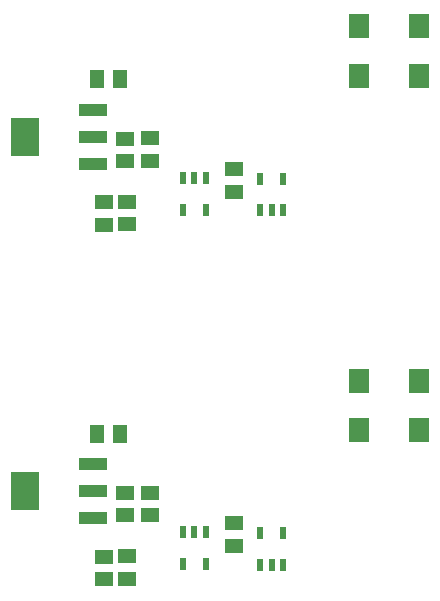
<source format=gtp>
G04 Layer_Color=8421504*
%FSLAX24Y24*%
%MOIN*%
G70*
G01*
G75*
%ADD10R,0.0700X0.0790*%
%ADD11R,0.0945X0.1299*%
%ADD12R,0.0945X0.0394*%
%ADD13R,0.0591X0.0512*%
%ADD14R,0.0236X0.0413*%
%ADD15R,0.0512X0.0591*%
D10*
X15305Y17185D02*
D03*
Y18835D02*
D03*
X13305Y17185D02*
D03*
Y18835D02*
D03*
X15305Y5374D02*
D03*
Y7024D02*
D03*
X13305Y5374D02*
D03*
Y7024D02*
D03*
D11*
X2146Y15148D02*
D03*
Y3337D02*
D03*
D12*
X4429Y16053D02*
D03*
Y15148D02*
D03*
Y14242D02*
D03*
Y4242D02*
D03*
Y3337D02*
D03*
Y2431D02*
D03*
D13*
X9114Y13327D02*
D03*
Y14075D02*
D03*
X4774Y12972D02*
D03*
Y12224D02*
D03*
X5561Y12982D02*
D03*
Y12234D02*
D03*
X6339Y15098D02*
D03*
Y14350D02*
D03*
X5502Y15089D02*
D03*
Y14341D02*
D03*
Y3278D02*
D03*
Y2530D02*
D03*
X6339Y3287D02*
D03*
Y2539D02*
D03*
X9114Y1516D02*
D03*
Y2264D02*
D03*
X5561Y1171D02*
D03*
Y423D02*
D03*
X4774Y1161D02*
D03*
Y413D02*
D03*
D14*
X8179Y12726D02*
D03*
X7431D02*
D03*
X8179Y13789D02*
D03*
X7805D02*
D03*
X7431D02*
D03*
X10000Y13760D02*
D03*
X10748D02*
D03*
X10000Y12697D02*
D03*
X10374D02*
D03*
X10748D02*
D03*
X10000Y1949D02*
D03*
X10748D02*
D03*
X10000Y886D02*
D03*
X10374D02*
D03*
X10748D02*
D03*
X8179Y915D02*
D03*
X7431D02*
D03*
X8179Y1978D02*
D03*
X7805D02*
D03*
X7431D02*
D03*
D15*
X4567Y17067D02*
D03*
X5315D02*
D03*
X4567Y5256D02*
D03*
X5315D02*
D03*
M02*

</source>
